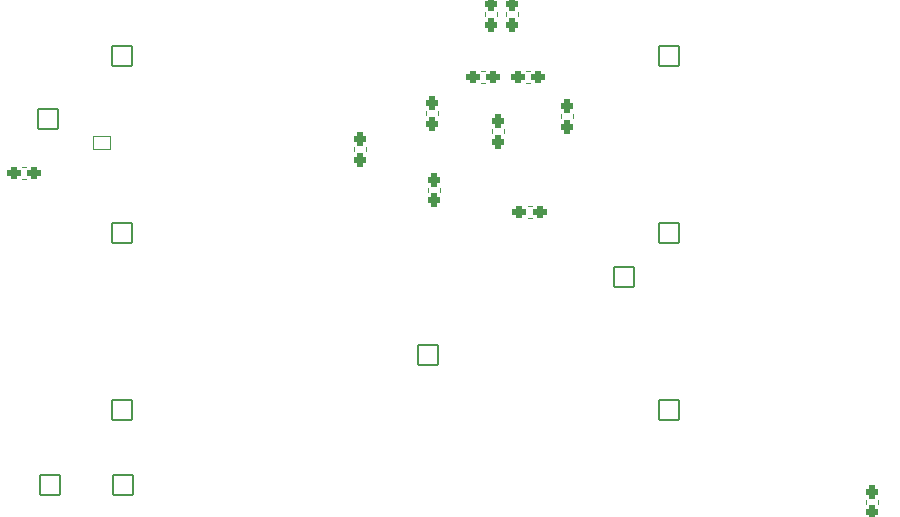
<source format=gbo>
G04 #@! TF.GenerationSoftware,KiCad,Pcbnew,(6.0.4)*
G04 #@! TF.CreationDate,2022-04-17T17:26:00-05:00*
G04 #@! TF.ProjectId,interface,696e7465-7266-4616-9365-2e6b69636164,rev?*
G04 #@! TF.SameCoordinates,Original*
G04 #@! TF.FileFunction,Legend,Bot*
G04 #@! TF.FilePolarity,Positive*
%FSLAX46Y46*%
G04 Gerber Fmt 4.6, Leading zero omitted, Abs format (unit mm)*
G04 Created by KiCad (PCBNEW (6.0.4)) date 2022-04-17 17:26:00*
%MOMM*%
%LPD*%
G01*
G04 APERTURE LIST*
G04 Aperture macros list*
%AMRoundRect*
0 Rectangle with rounded corners*
0 $1 Rounding radius*
0 $2 $3 $4 $5 $6 $7 $8 $9 X,Y pos of 4 corners*
0 Add a 4 corners polygon primitive as box body*
4,1,4,$2,$3,$4,$5,$6,$7,$8,$9,$2,$3,0*
0 Add four circle primitives for the rounded corners*
1,1,$1+$1,$2,$3*
1,1,$1+$1,$4,$5*
1,1,$1+$1,$6,$7*
1,1,$1+$1,$8,$9*
0 Add four rect primitives between the rounded corners*
20,1,$1+$1,$2,$3,$4,$5,0*
20,1,$1+$1,$4,$5,$6,$7,0*
20,1,$1+$1,$6,$7,$8,$9,0*
20,1,$1+$1,$8,$9,$2,$3,0*%
G04 Aperture macros list end*
%ADD10C,0.120000*%
%ADD11C,1.402000*%
%ADD12C,2.352000*%
%ADD13C,5.502000*%
%ADD14O,1.802000X1.802000*%
%ADD15RoundRect,0.051000X-0.850000X-0.850000X0.850000X-0.850000X0.850000X0.850000X-0.850000X0.850000X0*%
%ADD16RoundRect,0.051000X0.750000X-0.525000X0.750000X0.525000X-0.750000X0.525000X-0.750000X-0.525000X0*%
%ADD17O,1.602000X1.152000*%
%ADD18RoundRect,0.051000X-0.850000X0.850000X-0.850000X-0.850000X0.850000X-0.850000X0.850000X0.850000X0*%
%ADD19O,1.702000X1.702000*%
%ADD20RoundRect,0.051000X-0.800000X0.800000X-0.800000X-0.800000X0.800000X-0.800000X0.800000X0.800000X0*%
%ADD21RoundRect,0.051000X0.800000X-0.800000X0.800000X0.800000X-0.800000X0.800000X-0.800000X-0.800000X0*%
%ADD22RoundRect,0.288500X0.287500X0.237500X-0.287500X0.237500X-0.287500X-0.237500X0.287500X-0.237500X0*%
%ADD23RoundRect,0.288500X-0.237500X0.287500X-0.237500X-0.287500X0.237500X-0.287500X0.237500X0.287500X0*%
%ADD24C,1.302000*%
%ADD25O,1.410000X2.718000*%
%ADD26O,2.718000X1.410000*%
%ADD27C,3.552000*%
%ADD28C,1.502000*%
%ADD29RoundRect,0.051000X0.850000X-0.850000X0.850000X0.850000X-0.850000X0.850000X-0.850000X-0.850000X0*%
%ADD30RoundRect,0.288500X0.237500X-0.287500X0.237500X0.287500X-0.237500X0.287500X-0.237500X-0.287500X0*%
%ADD31C,4.902000*%
%ADD32RoundRect,0.051000X0.850000X0.850000X-0.850000X0.850000X-0.850000X-0.850000X0.850000X-0.850000X0*%
%ADD33RoundRect,0.288500X-0.287500X-0.237500X0.287500X-0.237500X0.287500X0.237500X-0.287500X0.237500X0*%
G04 APERTURE END LIST*
D10*
X140633267Y-96903000D02*
X140290733Y-96903000D01*
X140633267Y-95883000D02*
X140290733Y-95883000D01*
X212727000Y-124034733D02*
X212727000Y-124377267D01*
X211707000Y-124034733D02*
X211707000Y-124377267D01*
X181227000Y-83102267D02*
X181227000Y-82759733D01*
X182247000Y-83102267D02*
X182247000Y-82759733D01*
X179449000Y-83102267D02*
X179449000Y-82759733D01*
X180469000Y-83102267D02*
X180469000Y-82759733D01*
X169420000Y-94532267D02*
X169420000Y-94189733D01*
X168400000Y-94532267D02*
X168400000Y-94189733D01*
X179495267Y-88775000D02*
X179152733Y-88775000D01*
X179495267Y-87755000D02*
X179152733Y-87755000D01*
X185926000Y-91738267D02*
X185926000Y-91395733D01*
X186946000Y-91738267D02*
X186946000Y-91395733D01*
X183089733Y-99185000D02*
X183432267Y-99185000D01*
X183089733Y-100205000D02*
X183432267Y-100205000D01*
X174623000Y-97961267D02*
X174623000Y-97618733D01*
X175643000Y-97961267D02*
X175643000Y-97618733D01*
X175516000Y-91141733D02*
X175516000Y-91484267D01*
X174496000Y-91141733D02*
X174496000Y-91484267D01*
X182962733Y-87755000D02*
X183305267Y-87755000D01*
X182962733Y-88775000D02*
X183305267Y-88775000D01*
X180084000Y-93008267D02*
X180084000Y-92665733D01*
X181104000Y-93008267D02*
X181104000Y-92665733D01*
%LPC*%
D11*
X108331000Y-122047000D03*
X108331000Y-124047000D03*
X108331000Y-126047000D03*
D12*
X108331000Y-119947000D03*
X108331000Y-128147000D03*
D13*
X223266000Y-70358000D03*
X110998000Y-70485000D03*
X110998000Y-133350000D03*
X223266000Y-133350000D03*
D14*
X219202000Y-112776000D03*
X216662000Y-112776000D03*
X219202000Y-110236000D03*
X216662000Y-110236000D03*
X219202000Y-107696000D03*
X216662000Y-107696000D03*
X219202000Y-105156000D03*
D15*
X216662000Y-105156000D03*
D14*
X219202000Y-82931000D03*
X216662000Y-82931000D03*
X219202000Y-80391000D03*
X216662000Y-80391000D03*
X219202000Y-77851000D03*
X216662000Y-77851000D03*
X219202000Y-75311000D03*
D15*
X216662000Y-75311000D03*
X191262000Y-105156000D03*
D14*
X191262000Y-107696000D03*
X191262000Y-110236000D03*
X191262000Y-112776000D03*
D16*
X147066000Y-93853000D03*
D17*
X147066000Y-91313000D03*
X147066000Y-92583000D03*
D14*
X202438000Y-134874000D03*
X202438000Y-132334000D03*
X204978000Y-134874000D03*
D18*
X204978000Y-132334000D03*
D14*
X139954000Y-91757500D03*
D18*
X142494000Y-91757500D03*
D19*
X216535000Y-135636000D03*
D20*
X216535000Y-128016000D03*
D19*
X213995000Y-128016000D03*
D21*
X213995000Y-135636000D03*
D19*
X208915000Y-135636000D03*
D20*
X208915000Y-128016000D03*
D19*
X211455000Y-128016000D03*
D21*
X211455000Y-135636000D03*
D22*
X139587000Y-96393000D03*
X141337000Y-96393000D03*
D23*
X212217000Y-125081000D03*
X212217000Y-123331000D03*
D24*
X199157600Y-133934200D03*
X199157600Y-136434200D03*
X194157600Y-128934200D03*
X189157600Y-133934200D03*
X189157600Y-136434200D03*
D25*
X189157600Y-128934200D03*
X199157600Y-128934200D03*
D26*
X194157600Y-133934200D03*
D27*
X128261000Y-128527000D03*
X118261000Y-128527000D03*
D28*
X126761000Y-125857000D03*
X124261000Y-125857000D03*
X122261000Y-125857000D03*
X119761000Y-125857000D03*
D14*
X145161000Y-122809000D03*
D29*
X142621000Y-122809000D03*
D14*
X138938000Y-122809000D03*
X136398000Y-122809000D03*
D29*
X133858000Y-122809000D03*
D14*
X151384000Y-122809000D03*
D29*
X148844000Y-122809000D03*
D30*
X181737000Y-82056000D03*
X181737000Y-83806000D03*
X179959000Y-82056000D03*
X179959000Y-83806000D03*
X168910000Y-93486000D03*
X168910000Y-95236000D03*
D31*
X182193000Y-129615000D03*
X135153000Y-129615000D03*
D28*
X175233000Y-128905000D03*
X173853000Y-130325000D03*
X172473000Y-128905000D03*
X171093000Y-130325000D03*
X169713000Y-128905000D03*
X168333000Y-130325000D03*
X166953000Y-128905000D03*
X165573000Y-130325000D03*
X164193000Y-128905000D03*
X162813000Y-130325000D03*
X161433000Y-128905000D03*
X160053000Y-130325000D03*
X158673000Y-128905000D03*
X157293000Y-130325000D03*
X155913000Y-128905000D03*
X154533000Y-130325000D03*
X153153000Y-128905000D03*
X151773000Y-130325000D03*
X150393000Y-128905000D03*
X149013000Y-130325000D03*
X147633000Y-128905000D03*
X146253000Y-130325000D03*
X144873000Y-128905000D03*
X143493000Y-130325000D03*
X142113000Y-128905000D03*
D32*
X174625000Y-111760000D03*
D14*
X174625000Y-109220000D03*
X174625000Y-106680000D03*
D22*
X178449000Y-88265000D03*
X180199000Y-88265000D03*
D30*
X186436000Y-90692000D03*
X186436000Y-92442000D03*
D33*
X184136000Y-99695000D03*
X182386000Y-99695000D03*
D30*
X175133000Y-96915000D03*
X175133000Y-98665000D03*
D23*
X175006000Y-92188000D03*
X175006000Y-90438000D03*
D33*
X184009000Y-88265000D03*
X182259000Y-88265000D03*
D30*
X180594000Y-91962000D03*
X180594000Y-93712000D03*
D29*
X195072000Y-71501000D03*
D14*
X197612000Y-71501000D03*
X200152000Y-71501000D03*
X202692000Y-71501000D03*
X205232000Y-71501000D03*
X207772000Y-71501000D03*
X210312000Y-71501000D03*
X212852000Y-71501000D03*
D29*
X195072000Y-86487000D03*
D14*
X197612000Y-86487000D03*
X200152000Y-86487000D03*
X202692000Y-86487000D03*
X205232000Y-86487000D03*
X207772000Y-86487000D03*
X210312000Y-86487000D03*
X212852000Y-86487000D03*
D29*
X195072000Y-101473000D03*
D14*
X197612000Y-101473000D03*
X200152000Y-101473000D03*
X202692000Y-101473000D03*
X205232000Y-101473000D03*
X207772000Y-101473000D03*
X210312000Y-101473000D03*
X212852000Y-101473000D03*
D29*
X195072000Y-116459000D03*
D14*
X197612000Y-116459000D03*
X200152000Y-116459000D03*
X202692000Y-116459000D03*
X205232000Y-116459000D03*
X207772000Y-116459000D03*
X210312000Y-116459000D03*
X212852000Y-116459000D03*
D29*
X148717000Y-71501000D03*
D14*
X151257000Y-71501000D03*
X153797000Y-71501000D03*
X156337000Y-71501000D03*
X158877000Y-71501000D03*
X161417000Y-71501000D03*
X163957000Y-71501000D03*
X166497000Y-71501000D03*
X166497000Y-86487000D03*
X163957000Y-86487000D03*
X161417000Y-86487000D03*
X158877000Y-86487000D03*
X156337000Y-86487000D03*
X153797000Y-86487000D03*
X151257000Y-86487000D03*
D29*
X148717000Y-86487000D03*
X148717000Y-101473000D03*
D14*
X151257000Y-101473000D03*
X153797000Y-101473000D03*
X156337000Y-101473000D03*
X158877000Y-101473000D03*
X161417000Y-101473000D03*
X163957000Y-101473000D03*
X166497000Y-101473000D03*
X166497000Y-116459000D03*
X163957000Y-116459000D03*
X161417000Y-116459000D03*
X158877000Y-116459000D03*
X156337000Y-116459000D03*
X153797000Y-116459000D03*
X151257000Y-116459000D03*
D29*
X148717000Y-116459000D03*
X117221000Y-71501000D03*
D14*
X119761000Y-71501000D03*
X122301000Y-71501000D03*
X124841000Y-71501000D03*
X127381000Y-71501000D03*
X129921000Y-71501000D03*
D29*
X117221000Y-101473000D03*
D14*
X119761000Y-101473000D03*
X122301000Y-101473000D03*
X124841000Y-101473000D03*
X127381000Y-101473000D03*
X129921000Y-101473000D03*
X129921000Y-86487000D03*
X127381000Y-86487000D03*
X124841000Y-86487000D03*
X122301000Y-86487000D03*
X119761000Y-86487000D03*
D29*
X117221000Y-86487000D03*
D14*
X129921000Y-116459000D03*
X127381000Y-116459000D03*
X124841000Y-116459000D03*
X122301000Y-116459000D03*
X119761000Y-116459000D03*
D29*
X117221000Y-116459000D03*
M02*

</source>
